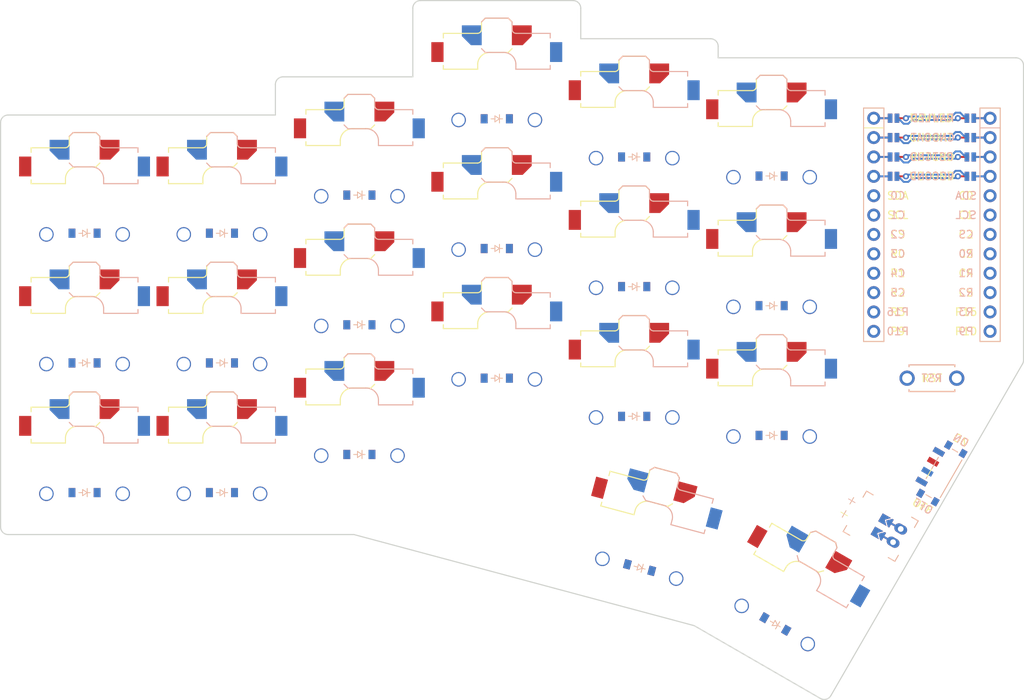
<source format=kicad_pcb>


(kicad_pcb
  (version 20240108)
  (generator "ergogen")
  (generator_version "4.1.0")
  (general
    (thickness 1.6)
    (legacy_teardrops no)
  )
  (paper "A3")
  (title_block
    (title "tutorial")
    (date "2024-11-27")
    (rev "v1.0.0")
    (company "Unknown")
  )

  (layers
    (0 "F.Cu" signal)
    (31 "B.Cu" signal)
    (32 "B.Adhes" user "B.Adhesive")
    (33 "F.Adhes" user "F.Adhesive")
    (34 "B.Paste" user)
    (35 "F.Paste" user)
    (36 "B.SilkS" user "B.Silkscreen")
    (37 "F.SilkS" user "F.Silkscreen")
    (38 "B.Mask" user)
    (39 "F.Mask" user)
    (40 "Dwgs.User" user "User.Drawings")
    (41 "Cmts.User" user "User.Comments")
    (42 "Eco1.User" user "User.Eco1")
    (43 "Eco2.User" user "User.Eco2")
    (44 "Edge.Cuts" user)
    (45 "Margin" user)
    (46 "B.CrtYd" user "B.Courtyard")
    (47 "F.CrtYd" user "F.Courtyard")
    (48 "B.Fab" user)
    (49 "F.Fab" user)
  )

  (setup
    (pad_to_mask_clearance 0.05)
    (allow_soldermask_bridges_in_footprints no)
    (pcbplotparams
      (layerselection 0x00010fc_ffffffff)
      (plot_on_all_layers_selection 0x0000000_00000000)
      (disableapertmacros no)
      (usegerberextensions no)
      (usegerberattributes yes)
      (usegerberadvancedattributes yes)
      (creategerberjobfile yes)
      (dashed_line_dash_ratio 12.000000)
      (dashed_line_gap_ratio 3.000000)
      (svgprecision 4)
      (plotframeref no)
      (viasonmask no)
      (mode 1)
      (useauxorigin no)
      (hpglpennumber 1)
      (hpglpenspeed 20)
      (hpglpendiameter 15.000000)
      (pdf_front_fp_property_popups yes)
      (pdf_back_fp_property_popups yes)
      (dxfpolygonmode yes)
      (dxfimperialunits yes)
      (dxfusepcbnewfont yes)
      (psnegative no)
      (psa4output no)
      (plotreference yes)
      (plotvalue yes)
      (plotfptext yes)
      (plotinvisibletext no)
      (sketchpadsonfab no)
      (subtractmaskfromsilk no)
      (outputformat 1)
      (mirror no)
      (drillshape 1)
      (scaleselection 1)
      (outputdirectory "")
    )
  )

  (net 0 "")
(net 1 "C0")
(net 2 "outer_bottom")
(net 3 "GND")
(net 4 "D1")
(net 5 "D2")
(net 6 "outer_home")
(net 7 "outer_top")
(net 8 "C1")
(net 9 "pinky_bottom")
(net 10 "pinky_home")
(net 11 "pinky_top")
(net 12 "C2")
(net 13 "ring_bottom")
(net 14 "ring_home")
(net 15 "ring_top")
(net 16 "C3")
(net 17 "middle_bottom")
(net 18 "middle_home")
(net 19 "middle_top")
(net 20 "C4")
(net 21 "index_bottom")
(net 22 "index_home")
(net 23 "index_top")
(net 24 "C5")
(net 25 "indexfar_bottom")
(net 26 "indexfar_home")
(net 27 "indexfar_top")
(net 28 "layer_cluster")
(net 29 "space_cluster")
(net 30 "R2")
(net 31 "R1")
(net 32 "R0")
(net 33 "R3")
(net 34 "RAW")
(net 35 "RST")
(net 36 "VCC")
(net 37 "P16")
(net 38 "P10")
(net 39 "LED")
(net 40 "DAT")
(net 41 "SDA")
(net 42 "SCL")
(net 43 "CS")
(net 44 "P9")
(net 45 "P101")
(net 46 "P102")
(net 47 "P107")
(net 48 "MCU1_24")
(net 49 "MCU1_1")
(net 50 "MCU1_23")
(net 51 "MCU1_2")
(net 52 "MCU1_22")
(net 53 "MCU1_3")
(net 54 "MCU1_21")
(net 55 "MCU1_4")
(net 56 "MCU1_20")
(net 57 "MCU1_5")
(net 58 "MCU1_19")
(net 59 "MCU1_6")
(net 60 "MCU1_18")
(net 61 "MCU1_7")
(net 62 "MCU1_17")
(net 63 "MCU1_8")
(net 64 "MCU1_16")
(net 65 "MCU1_9")
(net 66 "MCU1_15")
(net 67 "MCU1_10")
(net 68 "MCU1_14")
(net 69 "MCU1_11")
(net 70 "MCU1_13")
(net 71 "MCU1_12")
(net 72 "BAT_P")
(net 73 "JST1_1")
(net 74 "JST1_2")

  
  (footprint "ceoloide:switch_choc_v1_v2" (layer "B.Cu") (at 100 100 0))
    

  (footprint "ceoloide:switch_choc_v1_v2" (layer "B.Cu") (at 100 83 0))
    

  (footprint "ceoloide:switch_choc_v1_v2" (layer "B.Cu") (at 100 66 0))
    

  (footprint "ceoloide:switch_choc_v1_v2" (layer "B.Cu") (at 118 100 0))
    

  (footprint "ceoloide:switch_choc_v1_v2" (layer "B.Cu") (at 118 83 0))
    

  (footprint "ceoloide:switch_choc_v1_v2" (layer "B.Cu") (at 118 66 0))
    

  (footprint "ceoloide:switch_choc_v1_v2" (layer "B.Cu") (at 136 95 0))
    

  (footprint "ceoloide:switch_choc_v1_v2" (layer "B.Cu") (at 136 78 0))
    

  (footprint "ceoloide:switch_choc_v1_v2" (layer "B.Cu") (at 136 61 0))
    

  (footprint "ceoloide:switch_choc_v1_v2" (layer "B.Cu") (at 154 85 0))
    

  (footprint "ceoloide:switch_choc_v1_v2" (layer "B.Cu") (at 154 68 0))
    

  (footprint "ceoloide:switch_choc_v1_v2" (layer "B.Cu") (at 154 51 0))
    

  (footprint "ceoloide:switch_choc_v1_v2" (layer "B.Cu") (at 172 90 0))
    

  (footprint "ceoloide:switch_choc_v1_v2" (layer "B.Cu") (at 172 73 0))
    

  (footprint "ceoloide:switch_choc_v1_v2" (layer "B.Cu") (at 172 56 0))
    

  (footprint "ceoloide:switch_choc_v1_v2" (layer "B.Cu") (at 190 92.5 0))
    

  (footprint "ceoloide:switch_choc_v1_v2" (layer "B.Cu") (at 190 75.5 0))
    

  (footprint "ceoloide:switch_choc_v1_v2" (layer "B.Cu") (at 190 58.5 0))
    

  (footprint "ceoloide:switch_choc_v1_v2" (layer "B.Cu") (at 174 110 -15))
    

  (footprint "ceoloide:switch_choc_v1_v2" (layer "B.Cu") (at 192.9847411 117.8907936 -30))
    

    (footprint "ceoloide:diode_tht_sod123" (layer "F.Cu") (at 100 105 180))
        

    (footprint "ceoloide:diode_tht_sod123" (layer "F.Cu") (at 100 88 180))
        

    (footprint "ceoloide:diode_tht_sod123" (layer "F.Cu") (at 100 71 180))
        

    (footprint "ceoloide:diode_tht_sod123" (layer "F.Cu") (at 118 105 180))
        

    (footprint "ceoloide:diode_tht_sod123" (layer "F.Cu") (at 118 88 180))
        

    (footprint "ceoloide:diode_tht_sod123" (layer "F.Cu") (at 118 71 180))
        

    (footprint "ceoloide:diode_tht_sod123" (layer "F.Cu") (at 136 100 180))
        

    (footprint "ceoloide:diode_tht_sod123" (layer "F.Cu") (at 136 83 180))
        

    (footprint "ceoloide:diode_tht_sod123" (layer "F.Cu") (at 136 66 180))
        

    (footprint "ceoloide:diode_tht_sod123" (layer "F.Cu") (at 154 90 180))
        

    (footprint "ceoloide:diode_tht_sod123" (layer "F.Cu") (at 154 73 180))
        

    (footprint "ceoloide:diode_tht_sod123" (layer "F.Cu") (at 154 56 180))
        

    (footprint "ceoloide:diode_tht_sod123" (layer "F.Cu") (at 172 95 180))
        

    (footprint "ceoloide:diode_tht_sod123" (layer "F.Cu") (at 172 78 180))
        

    (footprint "ceoloide:diode_tht_sod123" (layer "F.Cu") (at 172 61 180))
        

    (footprint "ceoloide:diode_tht_sod123" (layer "F.Cu") (at 190 97.5 180))
        

    (footprint "ceoloide:diode_tht_sod123" (layer "F.Cu") (at 190 80.5 180))
        

    (footprint "ceoloide:diode_tht_sod123" (layer "F.Cu") (at 190 63.5 180))
        

    (footprint "ceoloide:diode_tht_sod123" (layer "F.Cu") (at 172.7059048 114.8296291 165))
        

    (footprint "ceoloide:diode_tht_sod123" (layer "F.Cu") (at 190.4847411 122.2209206 150))
        

    
    
  (footprint "ceoloide:mcu_nice_nano" (layer "F.Cu") (at 211 68.62 0))

  
  
  (segment (start 215.58 55.92) (end 214.4 55.92) (width 0.25) (layer "F.Cu"))
  (segment (start 206.42 55.92) (end 207.6 55.92) (width 0.25) (layer "F.Cu"))

  (segment (start 203.38 55.92) (end 205.5 55.92) (width 0.25) (layer "F.Cu"))
  (segment (start 203.38 55.92) (end 205.5 55.92) (width 0.25) (layer "B.Cu"))
  (segment (start 216.5 55.92) (end 218.62 55.92) (width 0.25) (layer "F.Cu"))
  (segment (start 218.62 55.92) (end 216.5 55.92) (width 0.25) (layer "B.Cu"))

  (segment (start 208.395305 56.150000000000006) (end 214.17 56.150000000000006) (width 0.25) (layer "B.Cu"))
  (segment (start 206.225 55.92) (end 206.574695 55.92) (width 0.25) (layer "B.Cu"))
  (segment (start 207.29969499999999 56.645) (end 207.900305 56.645) (width 0.25) (layer "B.Cu"))
  (segment (start 206.574695 55.92) (end 207.29969499999999 56.645) (width 0.25) (layer "B.Cu"))
  (segment (start 207.900305 56.645) (end 208.395305 56.150000000000006) (width 0.25) (layer "B.Cu"))

  (segment (start 215.775 55.92) (end 215.425305 55.92) (width 0.25) (layer "B.Cu"))
  (segment (start 213.594695 55.7) (end 207.82 55.7) (width 0.25) (layer "B.Cu"))
  (segment (start 215.425305 55.92) (end 214.70030500000001 55.19500000000001) (width 0.25) (layer "B.Cu"))
  (segment (start 214.70030500000001 55.19500000000001) (end 214.099695 55.19500000000001) (width 0.25) (layer "B.Cu"))
  (segment (start 214.099695 55.19500000000001) (end 213.594695 55.7) (width 0.25) (layer "B.Cu"))
        
  (segment (start 215.58 58.46000000000001) (end 214.4 58.46000000000001) (width 0.25) (layer "F.Cu"))
  (segment (start 206.42 58.46000000000001) (end 207.6 58.46000000000001) (width 0.25) (layer "F.Cu"))

  (segment (start 203.38 58.46000000000001) (end 205.5 58.46000000000001) (width 0.25) (layer "F.Cu"))
  (segment (start 203.38 58.46000000000001) (end 205.5 58.46000000000001) (width 0.25) (layer "B.Cu"))
  (segment (start 216.5 58.46000000000001) (end 218.62 58.46000000000001) (width 0.25) (layer "F.Cu"))
  (segment (start 218.62 58.46000000000001) (end 216.5 58.46000000000001) (width 0.25) (layer "B.Cu"))

  (segment (start 208.395305 58.690000000000005) (end 214.17 58.690000000000005) (width 0.25) (layer "B.Cu"))
  (segment (start 206.225 58.46000000000001) (end 206.574695 58.46000000000001) (width 0.25) (layer "B.Cu"))
  (segment (start 207.29969499999999 59.185) (end 207.900305 59.185) (width 0.25) (layer "B.Cu"))
  (segment (start 206.574695 58.46000000000001) (end 207.29969499999999 59.185) (width 0.25) (layer "B.Cu"))
  (segment (start 207.900305 59.185) (end 208.395305 58.690000000000005) (width 0.25) (layer "B.Cu"))

  (segment (start 215.775 58.46000000000001) (end 215.425305 58.46000000000001) (width 0.25) (layer "B.Cu"))
  (segment (start 213.594695 58.24) (end 207.82 58.24) (width 0.25) (layer "B.Cu"))
  (segment (start 215.425305 58.46000000000001) (end 214.70030500000001 57.73500000000001) (width 0.25) (layer "B.Cu"))
  (segment (start 214.70030500000001 57.73500000000001) (end 214.099695 57.73500000000001) (width 0.25) (layer "B.Cu"))
  (segment (start 214.099695 57.73500000000001) (end 213.594695 58.24) (width 0.25) (layer "B.Cu"))
        
  (segment (start 215.58 61.00000000000001) (end 214.4 61.00000000000001) (width 0.25) (layer "F.Cu"))
  (segment (start 206.42 61.00000000000001) (end 207.6 61.00000000000001) (width 0.25) (layer "F.Cu"))

  (segment (start 203.38 61.00000000000001) (end 205.5 61.00000000000001) (width 0.25) (layer "F.Cu"))
  (segment (start 203.38 61.00000000000001) (end 205.5 61.00000000000001) (width 0.25) (layer "B.Cu"))
  (segment (start 216.5 61.00000000000001) (end 218.62 61.00000000000001) (width 0.25) (layer "F.Cu"))
  (segment (start 218.62 61.00000000000001) (end 216.5 61.00000000000001) (width 0.25) (layer "B.Cu"))

  (segment (start 208.395305 61.230000000000004) (end 214.17 61.230000000000004) (width 0.25) (layer "B.Cu"))
  (segment (start 206.225 61.00000000000001) (end 206.574695 61.00000000000001) (width 0.25) (layer "B.Cu"))
  (segment (start 207.29969499999999 61.72500000000001) (end 207.900305 61.72500000000001) (width 0.25) (layer "B.Cu"))
  (segment (start 206.574695 61.00000000000001) (end 207.29969499999999 61.72500000000001) (width 0.25) (layer "B.Cu"))
  (segment (start 207.900305 61.72500000000001) (end 208.395305 61.230000000000004) (width 0.25) (layer "B.Cu"))

  (segment (start 215.775 61.00000000000001) (end 215.425305 61.00000000000001) (width 0.25) (layer "B.Cu"))
  (segment (start 213.594695 60.78) (end 207.82 60.78) (width 0.25) (layer "B.Cu"))
  (segment (start 215.425305 61.00000000000001) (end 214.70030500000001 60.275000000000006) (width 0.25) (layer "B.Cu"))
  (segment (start 214.70030500000001 60.275000000000006) (end 214.099695 60.275000000000006) (width 0.25) (layer "B.Cu"))
  (segment (start 214.099695 60.275000000000006) (end 213.594695 60.78) (width 0.25) (layer "B.Cu"))
        
  (segment (start 215.58 63.540000000000006) (end 214.4 63.540000000000006) (width 0.25) (layer "F.Cu"))
  (segment (start 206.42 63.540000000000006) (end 207.6 63.540000000000006) (width 0.25) (layer "F.Cu"))

  (segment (start 203.38 63.540000000000006) (end 205.5 63.540000000000006) (width 0.25) (layer "F.Cu"))
  (segment (start 203.38 63.540000000000006) (end 205.5 63.540000000000006) (width 0.25) (layer "B.Cu"))
  (segment (start 216.5 63.540000000000006) (end 218.62 63.540000000000006) (width 0.25) (layer "F.Cu"))
  (segment (start 218.62 63.540000000000006) (end 216.5 63.540000000000006) (width 0.25) (layer "B.Cu"))

  (segment (start 208.395305 63.77) (end 214.17 63.77) (width 0.25) (layer "B.Cu"))
  (segment (start 206.225 63.540000000000006) (end 206.574695 63.540000000000006) (width 0.25) (layer "B.Cu"))
  (segment (start 207.29969499999999 64.265) (end 207.900305 64.265) (width 0.25) (layer "B.Cu"))
  (segment (start 206.574695 63.540000000000006) (end 207.29969499999999 64.265) (width 0.25) (layer "B.Cu"))
  (segment (start 207.900305 64.265) (end 208.395305 63.77) (width 0.25) (layer "B.Cu"))

  (segment (start 215.775 63.540000000000006) (end 215.425305 63.540000000000006) (width 0.25) (layer "B.Cu"))
  (segment (start 213.594695 63.32000000000001) (end 207.82 63.32000000000001) (width 0.25) (layer "B.Cu"))
  (segment (start 215.425305 63.540000000000006) (end 214.70030500000001 62.815000000000005) (width 0.25) (layer "B.Cu"))
  (segment (start 214.70030500000001 62.815000000000005) (end 214.099695 62.815000000000005) (width 0.25) (layer "B.Cu"))
  (segment (start 214.099695 62.815000000000005) (end 213.594695 63.32000000000001) (width 0.25) (layer "B.Cu"))
        
    

    (footprint "ceoloide:battery_connector_jst_ph_2" (layer "F.Cu") (at 206.41294430000002 110.63246339999999 -120))
         
    (segment (start 205.35409860000001 108.86643799999999) (end 206.91294430000002 109.766438) (width 0.25) (layer "F.Cu") (net 73))
    (segment (start 205.35409860000001 108.86643799999999) (end 206.91294430000002 109.766438) (width 0.25) (layer "B.Cu") (net 73))
    (segment (start 204.35409860000001 110.5984888) (end 205.91294430000002 111.49848879999999) (width 0.25) (layer "F.Cu") (net 74))
    (segment (start 204.35409860000001 110.5984888) (end 205.91294430000002 111.49848879999999) (width 0.25) (layer "B.Cu") (net 74))
        

  (footprint "ceoloide:power_switch_smd_side" (layer "F.Cu") (at 212.2789697 102.4722093 -30))
    

  (module "ceoloide:reset_switch_tht_top"
    (layer F.Cu)
    (at 211 90 0)
    (property "Reference" "RST1"
      (at 0 2.55 90)
      (layer "F.SilkS")
      hide
      (effects (font (size 1 1) (thickness 0.15)))
    )
        
    (fp_text user "RST" (at 0 0 0) (layer "F.SilkS") (effects (font (size 1 1) (thickness 0.15))))
    (fp_line (start -3 1.75) (end 3 1.75) (layer "F.SilkS") (stroke (width 0.15) (type solid)))
    (fp_line (start 3 1.75) (end 3 1.5) (layer "F.SilkS") (stroke (width 0.15) (type solid)))
    (fp_line (start -3 1.75) (end -3 1.5) (layer "F.SilkS") (stroke (width 0.15) (type solid)))
    (fp_line (start -3 -1.75) (end -3 -1.5) (layer "F.SilkS") (stroke (width 0.15) (type solid)))
    (fp_line (start -3 -1.75) (end 3 -1.75) (layer "F.SilkS") (stroke (width 0.15) (type solid)))
    (fp_line (start 3 -1.75) (end 3 -1.5) (layer "F.SilkS") (stroke (width 0.15) (type solid)))
        
    (fp_text user "RST" (at 0 0 0) (layer "B.SilkS") (effects (font (size 1 1) (thickness 0.15)) (justify mirror)))
    (fp_line (start 3 1.5) (end 3 1.75) (layer "B.SilkS") (stroke (width 0.15) (type solid)))
    (fp_line (start 3 1.75) (end -3 1.75) (layer "B.SilkS") (stroke (width 0.15) (type solid)))
    (fp_line (start -3 1.75) (end -3 1.5) (layer "B.SilkS") (stroke (width 0.15) (type solid)))
    (fp_line (start -3 -1.5) (end -3 -1.75) (layer "B.SilkS") (stroke (width 0.15) (type solid)))
    (fp_line (start -3 -1.75) (end 3 -1.75) (layer "B.SilkS") (stroke (width 0.15) (type solid)))
    (fp_line (start 3 -1.75) (end 3 -1.5) (layer "B.SilkS") (stroke (width 0.15) (type solid)))
        
    (pad "2" thru_hole circle (at -3.25 0 0) (size 2 2) (drill 1.3) (layers "*.Cu" "*.Mask") (net 3 "GND"))
    (pad "1" thru_hole circle (at 3.25 0 0) (size 2 2) (drill 1.3) (layers "*.Cu" "*.Mask") (net 35 "RST"))
  )
        
  (gr_line (start 223 87.63489114740617) (end 223 49) (layer Edge.Cuts) (stroke (width 0.15) (type default)))
(gr_arc (start 223 49) (mid 222.7071068 48.2928932) (end 222 48) (layer Edge.Cuts) (stroke (width 0.15) (type default)))
(gr_line (start 183 48) (end 222 48) (layer Edge.Cuts) (stroke (width 0.15) (type default)))
(gr_line (start 183 48) (end 183 46.5) (layer Edge.Cuts) (stroke (width 0.15) (type default)))
(gr_arc (start 183 46.5) (mid 182.7071068 45.7928932) (end 182 45.5) (layer Edge.Cuts) (stroke (width 0.15) (type default)))
(gr_line (start 182 45.5) (end 165 45.5) (layer Edge.Cuts) (stroke (width 0.15) (type default)))
(gr_line (start 165 45.5) (end 165 41.5) (layer Edge.Cuts) (stroke (width 0.15) (type default)))
(gr_arc (start 165 41.5) (mid 164.7071068 40.7928932) (end 164 40.5) (layer Edge.Cuts) (stroke (width 0.15) (type default)))
(gr_line (start 164 40.5) (end 144 40.5) (layer Edge.Cuts) (stroke (width 0.15) (type default)))
(gr_arc (start 144 40.5) (mid 143.2928932 40.7928932) (end 143 41.5) (layer Edge.Cuts) (stroke (width 0.15) (type default)))
(gr_line (start 143 41.5) (end 143 50.5) (layer Edge.Cuts) (stroke (width 0.15) (type default)))
(gr_line (start 143 50.5) (end 126 50.5) (layer Edge.Cuts) (stroke (width 0.15) (type default)))
(gr_arc (start 126 50.5) (mid 125.2928932 50.7928932) (end 125 51.5) (layer Edge.Cuts) (stroke (width 0.15) (type default)))
(gr_line (start 125 51.5) (end 125 55.5) (layer Edge.Cuts) (stroke (width 0.15) (type default)))
(gr_line (start 90 55.5) (end 125 55.5) (layer Edge.Cuts) (stroke (width 0.15) (type default)))
(gr_arc (start 90 55.5) (mid 89.2928932 55.7928932) (end 89 56.5) (layer Edge.Cuts) (stroke (width 0.15) (type default)))
(gr_line (start 89 109.5) (end 89 56.5) (layer Edge.Cuts) (stroke (width 0.15) (type default)))
(gr_arc (start 89 109.5) (mid 89.2928932 110.2071068) (end 90 110.5) (layer Edge.Cuts) (stroke (width 0.15) (type default)))
(gr_line (start 90 110.5) (end 135.2971408537154 110.5) (layer Edge.Cuts) (stroke (width 0.15) (type default)))
(gr_line (start 135.2971408537154 110.5) (end 161.62314170864659 117.5540307) (layer Edge.Cuts) (stroke (width 0.15) (type default)))
(gr_line (start 161.6231418 117.5540307) (end 179.86971474084075 122.44318519628939) (layer Edge.Cuts) (stroke (width 0.15) (type default)))
(gr_line (start 179.86971474084075 122.4431851962894) (end 196.39499510000002 131.9840604) (layer Edge.Cuts) (stroke (width 0.15) (type default)))
(gr_arc (start 196.39499510000002 131.98406040000003) (mid 197.15381420000003 132.08396080000003) (end 197.76102050000003 131.61803500000002) (layer Edge.Cuts) (stroke (width 0.15) (type default)))
(gr_line (start 197.76102060000002 131.618035) (end 222.8660254 88.13489114740617) (layer Edge.Cuts) (stroke (width 0.15) (type default)))
(gr_arc (start 222.8660254 88.13489114740617) (mid 222.9659258 87.89371014740617) (end 223 87.63489114740617) (layer Edge.Cuts) (stroke (width 0.15) (type default)))

)


</source>
